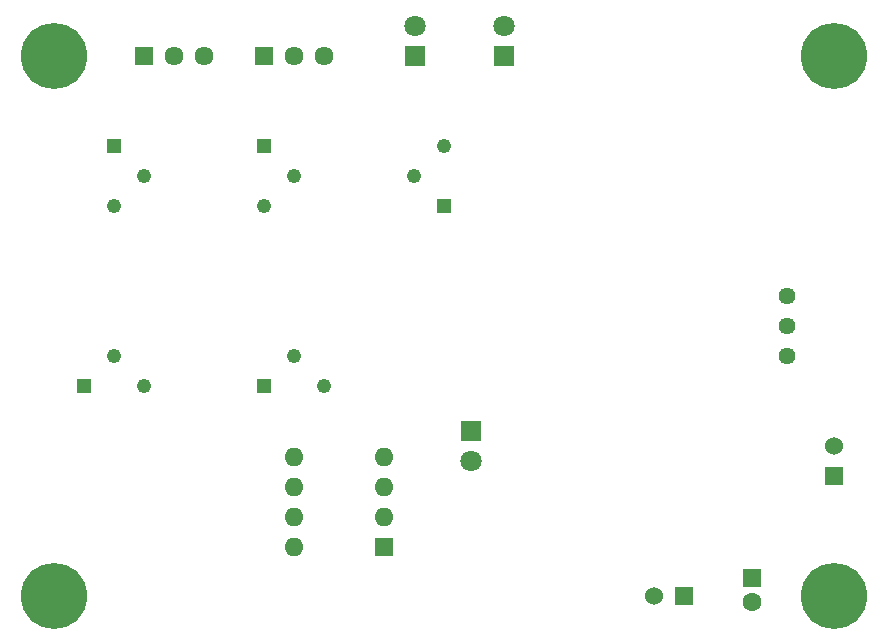
<source format=gbr>
%TF.GenerationSoftware,KiCad,Pcbnew,(6.0.8)*%
%TF.CreationDate,2023-01-11T15:29:57+01:00*%
%TF.ProjectId,BSPD,42535044-2e6b-4696-9361-645f70636258,rev?*%
%TF.SameCoordinates,Original*%
%TF.FileFunction,Soldermask,Bot*%
%TF.FilePolarity,Negative*%
%FSLAX46Y46*%
G04 Gerber Fmt 4.6, Leading zero omitted, Abs format (unit mm)*
G04 Created by KiCad (PCBNEW (6.0.8)) date 2023-01-11 15:29:57*
%MOMM*%
%LPD*%
G01*
G04 APERTURE LIST*
%ADD10C,5.600000*%
%ADD11R,1.530000X1.530000*%
%ADD12C,1.530000*%
%ADD13C,1.440000*%
%ADD14R,1.217000X1.217000*%
%ADD15C,1.217000*%
%ADD16R,1.600000X1.600000*%
%ADD17O,1.600000X1.600000*%
%ADD18R,1.800000X1.800000*%
%ADD19C,1.800000*%
%ADD20C,1.600000*%
%ADD21R,1.610000X1.610000*%
%ADD22C,1.610000*%
G04 APERTURE END LIST*
D10*
%TO.C,REF\u002A\u002A*%
X165100000Y-116840000D03*
%TD*%
%TO.C,REF\u002A\u002A*%
X99060000Y-71120000D03*
%TD*%
D11*
%TO.C,J4*%
X152400000Y-116840000D03*
D12*
X149860000Y-116840000D03*
%TD*%
D13*
%TO.C,U1*%
X161136000Y-91501500D03*
X161136000Y-94041500D03*
X161136000Y-96581500D03*
%TD*%
D14*
%TO.C,RV5*%
X116840000Y-99060000D03*
D15*
X119380000Y-96520000D03*
X121920000Y-99060000D03*
%TD*%
D16*
%TO.C,TI1*%
X127008945Y-112718181D03*
D17*
X127008945Y-110178181D03*
X127008945Y-107638181D03*
X127008945Y-105098181D03*
X119388945Y-105098181D03*
X119388945Y-107638181D03*
X119388945Y-110178181D03*
X119388945Y-112718181D03*
%TD*%
D18*
%TO.C,D1*%
X134330177Y-102896180D03*
D19*
X134330177Y-105436180D03*
%TD*%
D10*
%TO.C,REF\u002A\u002A*%
X165100000Y-71120000D03*
%TD*%
D14*
%TO.C,RV1*%
X104140000Y-78740000D03*
D15*
X106680000Y-81280000D03*
X104140000Y-83820000D03*
%TD*%
D14*
%TO.C,RV4*%
X101600000Y-99060000D03*
D15*
X104140000Y-96520000D03*
X106680000Y-99060000D03*
%TD*%
D14*
%TO.C,RV2*%
X116840000Y-78740000D03*
D15*
X119380000Y-81280000D03*
X116840000Y-83820000D03*
%TD*%
D10*
%TO.C,REF\u002A\u002A*%
X99060000Y-116840000D03*
%TD*%
D18*
%TO.C,D2*%
X137160000Y-71120000D03*
D19*
X137160000Y-68580000D03*
%TD*%
D11*
%TO.C,J3*%
X165100000Y-106680000D03*
D12*
X165100000Y-104140000D03*
%TD*%
D18*
%TO.C,D3*%
X129579341Y-71120000D03*
D19*
X129579341Y-68580000D03*
%TD*%
D16*
%TO.C,C5*%
X158103366Y-115370154D03*
D20*
X158103366Y-117370154D03*
%TD*%
D21*
%TO.C,J2*%
X116840000Y-71120000D03*
D22*
X119380000Y-71120000D03*
X121920000Y-71120000D03*
%TD*%
D15*
%TO.C,RV3*%
X132080000Y-78740000D03*
X129540000Y-81280000D03*
D14*
X132080000Y-83820000D03*
%TD*%
D21*
%TO.C,J1*%
X106680000Y-71120000D03*
D22*
X109220000Y-71120000D03*
X111760000Y-71120000D03*
%TD*%
M02*

</source>
